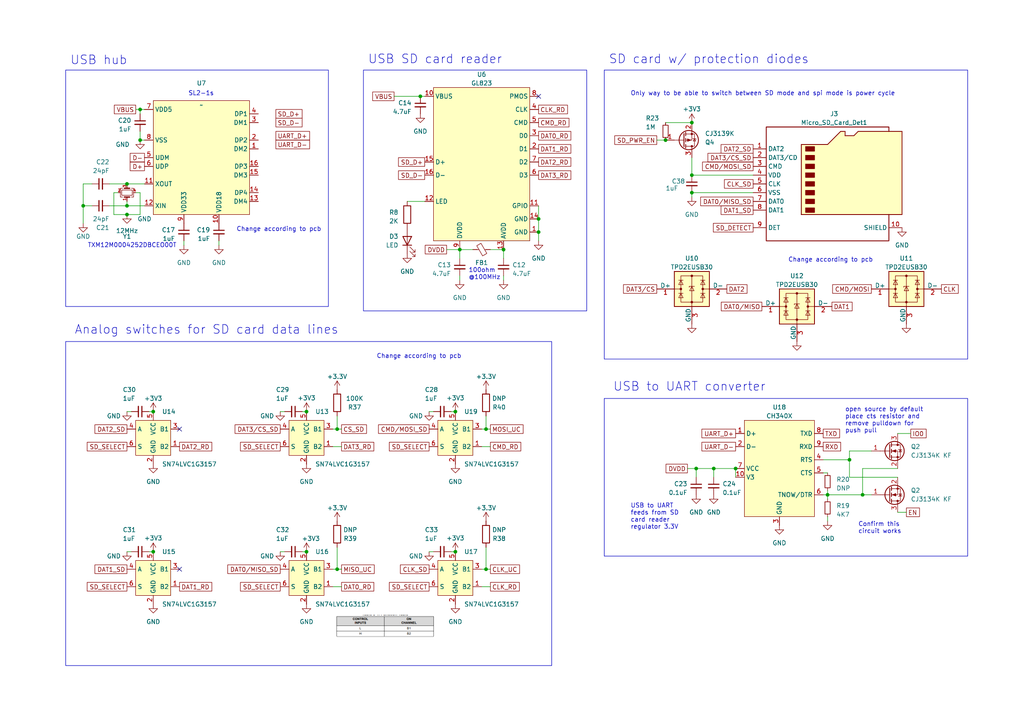
<source format=kicad_sch>
(kicad_sch (version 20230121) (generator eeschema)
  (paper "A4")
  (lib_symbols
    (symbol "Connector:Micro_SD_Card_Det1"
      (property "Reference" "J" (at -16.51 17.78 0))
      (property "Value" "Micro_SD_Card_Det1" (at 16.51 17.78 0))
      (symbol "Micro_SD_Card_Det1_1_1"
        (pin bidirectional line (at -22.86 10.16 0) (length 3.81) (name "DAT2") (number "1"))
        (pin passive line (at 20.32 -12.7 180) (length 3.81) (name "SHIELD") (number "10"))
        (pin bidirectional line (at -22.86 7.62 0) (length 3.81) (name "DAT3/CD") (number "2"))
        (pin input line (at -22.86 5.08 0) (length 3.81) (name "CMD") (number "3"))
        (pin power_in line (at -22.86 2.54 0) (length 3.81) (name "VDD") (number "4"))
        (pin input line (at -22.86 0 0) (length 3.81) (name "CLK") (number "5"))
        (pin power_in line (at -22.86 -2.54 0) (length 3.81) (name "VSS") (number "6"))
        (pin bidirectional line (at -22.86 -5.08 0) (length 3.81) (name "DAT0") (number "7"))
        (pin bidirectional line (at -22.86 -7.62 0) (length 3.81) (name "DAT1") (number "8"))
        (pin passive line (at -22.86 -12.7 0) (length 3.81) (name "DET") (number "9"))
      )
    )
    (symbol "Device:C_Small" (pin_numbers hide) (pin_names (offset 0.254) hide)
      (property "Reference" "C" (at 0.254 1.778 0))
      (property "Value" "C_Small" (at 0.254 -2.032 0))
      (symbol "C_Small_1_1"
        (pin passive line (at 0 2.54 270) (length 2.032) (name "~") (number "1"))
        (pin passive line (at 0 -2.54 90) (length 2.032) (name "~") (number "2"))
      )
    )
    (symbol "Device:Crystal_GND24_Small" (pin_names (offset 1.016) hide)
      (property "Reference" "Y" (at 1.27 4.445 0))
      (property "Value" "Crystal_GND24_Small" (at 1.27 2.54 0))
      (symbol "Crystal_GND24_Small_1_1"
        (pin passive line (at -2.54 0 0) (length 1.27) (name "1") (number "1"))
        (pin passive line (at 0 -2.54 90) (length 0.635) (name "2") (number "2"))
        (pin passive line (at 2.54 0 180) (length 1.27) (name "3") (number "3"))
        (pin passive line (at 0 2.54 270) (length 0.635) (name "4") (number "4"))
      )
    )
    (symbol "Device:FerriteBead_Small" (pin_numbers hide) (pin_names (offset 0))
      (property "Reference" "FB" (at 1.905 1.27 0))
      (property "Value" "FerriteBead_Small" (at 1.905 -1.27 0))
      (symbol "FerriteBead_Small_1_1"
        (pin passive line (at 0 2.54 270) (length 1.27) (name "~") (number "1"))
        (pin passive line (at 0 -2.54 90) (length 1.27) (name "~") (number "2"))
      )
    )
    (symbol "Device:LED" (pin_numbers hide) (pin_names (offset 1.016) hide)
      (property "Reference" "D" (at 0 2.54 0))
      (property "Value" "LED" (at 0 -2.54 0))
      (symbol "LED_1_1"
        (pin passive line (at -3.81 0 0) (length 2.54) (name "K") (number "1"))
        (pin passive line (at 3.81 0 180) (length 2.54) (name "A") (number "2"))
      )
    )
    (symbol "Device:Q_NMOS_GSD" (pin_names (offset 0) hide)
      (property "Reference" "Q" (at 5.08 1.27 0))
      (property "Value" "Q_NMOS_GSD" (at 5.08 -1.27 0))
      (symbol "Q_NMOS_GSD_1_1"
        (pin input line (at -5.08 0 0) (length 2.54) (name "G") (number "1"))
        (pin passive line (at 2.54 -5.08 90) (length 2.54) (name "S") (number "2"))
        (pin passive line (at 2.54 5.08 270) (length 2.54) (name "D") (number "3"))
      )
    )
    (symbol "Device:Q_PMOS_GSD" (pin_names (offset 0) hide)
      (property "Reference" "Q" (at 5.08 1.27 0))
      (property "Value" "Q_PMOS_GSD" (at 5.08 -1.27 0))
      (symbol "Q_PMOS_GSD_1_1"
        (pin input line (at -5.08 0 0) (length 2.54) (name "G") (number "1"))
        (pin passive line (at 2.54 -5.08 90) (length 2.54) (name "S") (number "2"))
        (pin passive line (at 2.54 5.08 270) (length 2.54) (name "D") (number "3"))
      )
    )
    (symbol "Device:R" (pin_numbers hide) (pin_names (offset 0))
      (property "Reference" "R" (at 2.032 0 90))
      (property "Value" "R" (at 0 0 90))
      (symbol "R_1_1"
        (pin passive line (at 0 3.81 270) (length 1.27) (name "~") (number "1"))
        (pin passive line (at 0 -3.81 90) (length 1.27) (name "~") (number "2"))
      )
    )
    (symbol "Device:R_Small" (pin_numbers hide) (pin_names (offset 0.254) hide)
      (property "Reference" "R" (at 0.762 0.508 0))
      (property "Value" "R_Small" (at 0.762 -1.016 0))
      (symbol "R_Small_1_1"
        (pin passive line (at 0 2.54 270) (length 0.762) (name "~") (number "1"))
        (pin passive line (at 0 -2.54 90) (length 0.762) (name "~") (number "2"))
      )
    )
    (symbol "Power_Protection:TPD2EUSB30" (pin_names (offset 0))
      (property "Reference" "U" (at 0 6.35 0))
      (property "Value" "TPD2EUSB30" (at 7.62 -7.62 0))
      (symbol "TPD2EUSB30_1_1"
        (pin passive line (at -10.16 0 0) (length 5.08) (name "D+") (number "1"))
        (pin passive line (at 10.16 0 180) (length 5.08) (name "D-") (number "2"))
        (pin passive line (at 0 -10.16 90) (length 5.08) (name "GND") (number "3"))
      )
    )
    (symbol "SN74LVC1G3157_1"
      (property "Reference" "U" (at 3.81 7.62 0))
      (property "Value" "SN74LVC1G3157" (at 10.16 -7.62 0))
      (symbol "SN74LVC1G3157_1_1_1"
        (pin input line (at 7.62 -2.54 180) (length 2.54) (name "B2") (number "1"))
        (pin input line (at 0 -7.62 90) (length 2.54) (name "GND") (number "2"))
        (pin input line (at 7.62 2.54 180) (length 2.54) (name "B1") (number "3"))
        (pin input line (at -7.62 2.54 0) (length 2.54) (name "A") (number "4"))
        (pin input line (at 0 7.62 270) (length 2.54) (name "VCC") (number "5"))
        (pin input line (at -7.62 -2.54 0) (length 2.54) (name "S") (number "6"))
      )
    )
    (symbol "ch340x:CH340X"
      (property "Reference" "U" (at 0 19.05 0))
      (property "Value" "CH340X" (at 0 15.24 0))
      (symbol "CH340X_1_1"
        (pin input line (at -12.7 10.16 0) (length 2.54) (name "D+") (number "1"))
        (pin input line (at -12.7 -2.54 0) (length 2.54) (name "V3") (number "10"))
        (pin input line (at -12.7 6.35 0) (length 2.54) (name "D-") (number "2"))
        (pin input line (at 0 -16.51 90) (length 2.54) (name "GND") (number "3"))
        (pin input line (at 12.7 2.54 180) (length 2.54) (name "RTS") (number "4"))
        (pin input line (at 12.7 -1.27 180) (length 2.54) (name "CTS") (number "5"))
        (pin input line (at 12.7 -7.62 180) (length 2.54) (name "TNOW/DTR") (number "6"))
        (pin input line (at -12.7 0 0) (length 2.54) (name "VCC") (number "7"))
        (pin input line (at 12.7 10.16 180) (length 2.54) (name "TXD") (number "8"))
        (pin input line (at 12.7 6.35 180) (length 2.54) (name "RXD") (number "9"))
      )
    )
    (symbol "gl823:GL823"
      (property "Reference" "U" (at 0 12.7 0))
      (property "Value" "GL823" (at 0 10.16 0))
      (symbol "GL823_1_1"
        (pin input line (at 16.51 -33.02 180) (length 2.54) (name "GND") (number "1"))
        (pin input line (at -16.51 6.35 0) (length 2.54) (name "VBUS") (number "10"))
        (pin input line (at 16.51 -25.4 180) (length 2.54) (name "GPIO") (number "11"))
        (pin input line (at -16.51 -24.13 0) (length 2.54) (name "LED") (number "12"))
        (pin input line (at 6.35 -38.1 90) (length 2.54) (name "AVDD") (number "13"))
        (pin input line (at 16.51 -29.21 180) (length 2.54) (name "GND") (number "14"))
        (pin input line (at -16.51 -12.7 0) (length 2.54) (name "D+") (number "15"))
        (pin input line (at -16.51 -16.51 0) (length 2.54) (name "D-") (number "16"))
        (pin input line (at 16.51 -8.89 180) (length 2.54) (name "D1") (number "2"))
        (pin input line (at 16.51 -5.08 180) (length 2.54) (name "D0") (number "3"))
        (pin input line (at 16.51 2.54 180) (length 2.54) (name "CLK") (number "4"))
        (pin input line (at 16.51 -1.27 180) (length 2.54) (name "CMD") (number "5"))
        (pin input line (at 16.51 -16.51 180) (length 2.54) (name "D3") (number "6"))
        (pin input line (at 16.51 -12.7 180) (length 2.54) (name "D2") (number "7"))
        (pin input line (at 16.51 6.35 180) (length 2.54) (name "PMOS") (number "8"))
        (pin input line (at -6.35 -38.1 90) (length 2.54) (name "DVDD") (number "9"))
      )
    )
    (symbol "power:+3.3V" (power) (pin_names (offset 0))
      (property "Value" "+3.3V" (at 0 3.556 0))
      (symbol "+3.3V_1_1"
        (pin power_in line (at 0 0 90) (length 0) hide (name "+3.3V") (number "1"))
      )
    )
    (symbol "power:+3V3" (power) (pin_names (offset 0))
      (property "Value" "+3V3" (at 0 3.556 0))
      (symbol "+3V3_1_1"
        (pin power_in line (at 0 0 90) (length 0) hide (name "+3V3") (number "1"))
      )
    )
    (symbol "power:GND" (power) (pin_names (offset 0))
      (property "Value" "GND" (at 0 -3.81 0))
      (symbol "GND_1_1"
        (pin power_in line (at 0 0 270) (length 0) hide (name "GND") (number "1"))
      )
    )
    (symbol "sl2-1s:SL2-1s"
      (property "Reference" "U" (at 0 17.78 0))
      (symbol "SL2-1s_1_1"
        (pin input line (at 16.51 1.27 180) (length 2.54) (name "DM2") (number "1"))
        (pin input line (at 5.08 -20.32 90) (length 2.54) (name "VDD18") (number "10"))
        (pin input line (at -16.51 -8.89 0) (length 2.54) (name "XOUT") (number "11"))
        (pin input line (at -16.51 -15.24 0) (length 2.54) (name "XIN") (number "12"))
        (pin input line (at 16.51 -13.97 180) (length 2.54) (name "DM4") (number "13"))
        (pin input line (at 16.51 -11.43 180) (length 2.54) (name "DP4") (number "14"))
        (pin input line (at 16.51 -6.35 180) (length 2.54) (name "DM3") (number "15"))
        (pin input line (at 16.51 -3.81 180) (length 2.54) (name "DP3") (number "16"))
        (pin input line (at 16.51 3.81 180) (length 2.54) (name "DP2") (number "2"))
        (pin input line (at 16.51 8.89 180) (length 2.54) (name "DM1") (number "3"))
        (pin input line (at 16.51 11.43 180) (length 2.54) (name "DP1") (number "4"))
        (pin input line (at -16.51 -1.27 0) (length 2.54) (name "UDM") (number "5"))
        (pin input line (at -16.51 -3.81 0) (length 2.54) (name "UDP") (number "6"))
        (pin input line (at -16.51 12.7 0) (length 2.54) (name "VDD5") (number "7"))
        (pin input line (at -16.51 3.81 0) (length 2.54) (name "VSS") (number "8"))
        (pin input line (at -5.08 -20.32 90) (length 2.54) (name "VDD33") (number "9"))
      )
    )
  )
  (junction (at 88.9 160.02))
  (junction (at 36.83 62.23))
  (junction (at 146.05 72.39))
  (junction (at 36.83 59.69))
  (junction (at 132.08 160.02))
  (junction (at 140.97 124.46))
  (junction (at 121.92 27.94))
  (junction (at 24.13 59.69))
  (junction (at 36.83 53.34))
  (junction (at 97.79 165.1))
  (junction (at 200.66 55.88))
  (junction (at 88.9 119.38))
  (junction (at 44.45 119.38))
  (junction (at 40.64 31.75))
  (junction (at 40.64 40.64))
  (junction (at 240.03 143.51))
  (junction (at 193.04 40.64))
  (junction (at 133.35 72.39))
  (junction (at 213.36 135.89))
  (junction (at 156.21 67.31))
  (junction (at 201.93 135.89))
  (junction (at 44.45 160.02))
  (junction (at 246.38 133.35))
  (junction (at 132.08 119.38))
  (junction (at 200.66 50.8))
  (junction (at 140.97 165.1))
  (junction (at 200.66 35.56))
  (junction (at 207.01 135.89))
  (junction (at 250.19 143.51))
  (junction (at 156.21 63.5))
  (junction (at 97.79 124.46))
  (no_connect (at 52.07 165.1))
  (no_connect (at 52.07 124.46))
  (no_connect (at 156.21 27.94))
  (wire (pts (xy 97.79 124.46) (xy 99.06 124.46)))
  (wire (pts (xy 130.81 160.02) (xy 132.08 160.02)))
  (wire (pts (xy 207.01 135.89) (xy 213.36 135.89)))
  (wire (pts (xy 129.54 72.39) (xy 133.35 72.39)))
  (wire (pts (xy 82.55 119.38) (xy 81.28 119.38)))
  (wire (pts (xy 240.03 149.86) (xy 240.03 151.13)))
  (wire (pts (xy 82.55 160.02) (xy 81.28 160.02)))
  (wire (pts (xy 238.76 143.51) (xy 240.03 143.51)))
  (wire (pts (xy 238.76 133.35) (xy 246.38 133.35)))
  (wire (pts (xy 156.21 59.69) (xy 156.21 63.5)))
  (wire (pts (xy 87.63 119.38) (xy 88.9 119.38)))
  (wire (pts (xy 156.21 63.5) (xy 156.21 67.31)))
  (wire (pts (xy 240.03 143.51) (xy 240.03 144.78)))
  (wire (pts (xy 33.02 62.23) (xy 36.83 62.23)))
  (wire (pts (xy 200.66 45.72) (xy 200.66 50.8)))
  (wire (pts (xy 63.5 69.85) (xy 63.5 71.12)))
  (wire (pts (xy 213.36 135.89) (xy 213.36 138.43)))
  (wire (pts (xy 114.3 27.94) (xy 121.92 27.94)))
  (wire (pts (xy 199.39 135.89) (xy 201.93 135.89)))
  (wire (pts (xy 238.76 137.16) (xy 240.03 137.16)))
  (wire (pts (xy 240.03 142.24) (xy 240.03 143.51)))
  (wire (pts (xy 260.35 148.59) (xy 262.89 148.59)))
  (wire (pts (xy 125.73 160.02) (xy 124.46 160.02)))
  (wire (pts (xy 96.52 124.46) (xy 97.79 124.46)))
  (wire (pts (xy 140.97 165.1) (xy 142.24 165.1)))
  (wire (pts (xy 246.38 133.35) (xy 246.38 130.81)))
  (wire (pts (xy 193.04 35.56) (xy 200.66 35.56)))
  (wire (pts (xy 139.7 129.54) (xy 142.24 129.54)))
  (wire (pts (xy 133.35 72.39) (xy 133.35 74.93)))
  (wire (pts (xy 133.35 81.28) (xy 133.35 80.01)))
  (wire (pts (xy 40.64 38.1) (xy 40.64 40.64)))
  (wire (pts (xy 130.81 119.38) (xy 132.08 119.38)))
  (wire (pts (xy 43.18 119.38) (xy 44.45 119.38)))
  (wire (pts (xy 36.83 62.23) (xy 40.64 62.23)))
  (wire (pts (xy 33.02 55.88) (xy 33.02 62.23)))
  (wire (pts (xy 31.75 59.69) (xy 36.83 59.69)))
  (wire (pts (xy 139.7 170.18) (xy 142.24 170.18)))
  (wire (pts (xy 40.64 62.23) (xy 40.64 55.88)))
  (wire (pts (xy 36.83 53.34) (xy 41.91 53.34)))
  (wire (pts (xy 146.05 81.28) (xy 146.05 80.01)))
  (wire (pts (xy 140.97 158.75) (xy 140.97 165.1)))
  (wire (pts (xy 38.1 119.38) (xy 36.83 119.38)))
  (wire (pts (xy 24.13 59.69) (xy 24.13 53.34)))
  (wire (pts (xy 24.13 64.77) (xy 24.13 59.69)))
  (wire (pts (xy 250.19 135.89) (xy 250.19 143.51)))
  (wire (pts (xy 38.1 160.02) (xy 36.83 160.02)))
  (wire (pts (xy 53.34 69.85) (xy 53.34 71.12)))
  (wire (pts (xy 240.03 143.51) (xy 250.19 143.51)))
  (wire (pts (xy 96.52 129.54) (xy 99.06 129.54)))
  (wire (pts (xy 133.35 72.39) (xy 137.16 72.39)))
  (wire (pts (xy 36.83 59.69) (xy 36.83 58.42)))
  (wire (pts (xy 118.11 58.42) (xy 123.19 58.42)))
  (wire (pts (xy 200.66 50.8) (xy 218.44 50.8)))
  (wire (pts (xy 140.97 124.46) (xy 142.24 124.46)))
  (wire (pts (xy 260.35 135.89) (xy 250.19 135.89)))
  (wire (pts (xy 24.13 53.34) (xy 26.67 53.34)))
  (wire (pts (xy 97.79 165.1) (xy 96.52 165.1)))
  (wire (pts (xy 146.05 72.39) (xy 146.05 74.93)))
  (wire (pts (xy 24.13 59.69) (xy 26.67 59.69)))
  (wire (pts (xy 207.01 135.89) (xy 207.01 138.43)))
  (wire (pts (xy 40.64 55.88) (xy 39.37 55.88)))
  (wire (pts (xy 140.97 120.65) (xy 140.97 124.46)))
  (wire (pts (xy 260.35 138.43) (xy 246.38 138.43)))
  (wire (pts (xy 260.35 125.73) (xy 264.16 125.73)))
  (wire (pts (xy 190.5 40.64) (xy 193.04 40.64)))
  (wire (pts (xy 139.7 165.1) (xy 140.97 165.1)))
  (wire (pts (xy 97.79 120.65) (xy 97.79 124.46)))
  (wire (pts (xy 87.63 160.02) (xy 88.9 160.02)))
  (wire (pts (xy 246.38 130.81) (xy 252.73 130.81)))
  (wire (pts (xy 201.93 135.89) (xy 201.93 138.43)))
  (wire (pts (xy 40.64 40.64) (xy 41.91 40.64)))
  (wire (pts (xy 201.93 135.89) (xy 207.01 135.89)))
  (wire (pts (xy 121.92 27.94) (xy 123.19 27.94)))
  (wire (pts (xy 156.21 67.31) (xy 156.21 69.85)))
  (wire (pts (xy 97.79 158.75) (xy 97.79 165.1)))
  (wire (pts (xy 246.38 138.43) (xy 246.38 133.35)))
  (wire (pts (xy 39.37 31.75) (xy 40.64 31.75)))
  (wire (pts (xy 250.19 143.51) (xy 252.73 143.51)))
  (wire (pts (xy 99.06 170.18) (xy 96.52 170.18)))
  (wire (pts (xy 99.06 165.1) (xy 97.79 165.1)))
  (wire (pts (xy 41.91 59.69) (xy 36.83 59.69)))
  (wire (pts (xy 200.66 57.15) (xy 200.66 55.88)))
  (wire (pts (xy 40.64 31.75) (xy 40.64 33.02)))
  (wire (pts (xy 142.24 72.39) (xy 146.05 72.39)))
  (wire (pts (xy 40.64 31.75) (xy 41.91 31.75)))
  (wire (pts (xy 31.75 53.34) (xy 36.83 53.34)))
  (wire (pts (xy 125.73 119.38) (xy 124.46 119.38)))
  (wire (pts (xy 140.97 124.46) (xy 139.7 124.46)))
  (wire (pts (xy 43.18 160.02) (xy 44.45 160.02)))
  (wire (pts (xy 33.02 55.88) (xy 34.29 55.88)))
  (wire (pts (xy 200.66 55.88) (xy 218.44 55.88)))
  (rectangle (start 19.05 20.32) (end 95.25 88.9))
  (rectangle (start 175.26 20.32) (end 280.67 104.14))
  (rectangle (start 175.26 115.57) (end 280.67 161.29))
  (rectangle (start 19.05 99.06) (end 160.02 193.04))
  (rectangle (start 105.41 20.32) (end 170.18 90.17))
  (image (at 111.76 181.61))
  (image (at 307.34 162.56))
  (text "DTR High RTS Low - EN Low IO0 High (Body diode pulls IO0 high but no difference?) \nDTR Low RTS High - EN HIGH IO0 Low (body diode no difference)\nDTR Low RTS Low - EN HIGH IO0 LOW\nDTR HIGH RTS HIGH - EN HIGH IO0 HIGH (Body diode pulls IO0 high)" (at 298.45 179.07 0) (effects (font (size 1.27 1.27)) (justify left bottom)))
  (text "100ohm\n@100MHz" (at 135.89 81.28 0) (effects (font (size 1.27 1.27)) (justify left bottom)))
  (text "SD card w/ protection diodes\n \n" (at 176.53 22.86 0) (effects (font (size 2.54 2.54)) (justify left bottom)))
  (text "Analog switches for SD card data lines\n\n \n" (at 21.59 105.41 0) (effects (font (size 2.54 2.54)) (justify left bottom)))
  (text "SL2-1s" (at 54.61 27.94 0) (effects (font (size 1.27 1.27)) (justify left bottom)))
  (text "\nTXM12M0004252DBCEO00T" (at 25.4 72.0089 0) (effects (font (size 1.27 1.27)) (justify left bottom)))
  (text "USB hub \n" (at 20.32 19.05 0) (effects (font (size 2.54 2.54)) (justify left bottom)))
  (text "Confirm this \ncircuit works" (at 248.92 154.94 0) (effects (font (size 1.27 1.27)) (justify left bottom)))
  (text "Only way to be able to switch between SD mode and spi mode is power cycle" (at 182.88 27.94 0) (effects (font (size 1.27 1.27)) (justify left bottom)))
  (text "USB to UART \nfeeds from SD\ncard reader \nregulator 3.3V\n" (at 182.88 153.67 0) (effects (font (size 1.27 1.27)) (justify left bottom)))
  (text "EN LOW IO0 HIGH > EN HIGH IO0 LOW >> EN HIGH IO0 LOW" (at 302.26 190.5 0) (effects (font (size 1.27 1.27)) (justify left bottom)))
  (text "Transistor \nEN LOW IO0 HIGH > EN HIGH IO0 HIGH >> EN HIGH IO0 LOW" (at 347.98 162.56 0) (effects (font (size 1.27 1.27)) (justify left bottom)))
  (text "Change according to pcb\n" (at 68.58 67.31 0) (effects (font (size 1.27 1.27)) (justify left bottom)))
  (text "USB to UART converter\n\n \n" (at 177.8 121.92 0) (effects (font (size 2.54 2.54)) (justify left bottom)))
  (text "So its in reset\nthen exits reset but \nbefore it starts the io0 \nline goes low so it starts\nin boot mode" (at 375.92 185.42 0) (effects (font (size 1.27 1.27)) (justify left bottom)))
  (text "Change according to pcb\n" (at 109.22 104.14 0) (effects (font (size 1.27 1.27)) (justify left bottom)))
  (text "Both setups should work\n" (at 375.92 194.31 0) (effects (font (size 1.27 1.27)) (justify left bottom)))
  (text "open source by default\nplace cts resistor and\nremove pulldown for \npush pull" (at 245.11 125.73 0) (effects (font (size 1.27 1.27)) (justify left bottom)))
  (text "RTS LOW DTR HIGH > RTS LOW DTR LOW >> RTS HIGH DTR LOW" (at 302.26 186.69 0) (effects (font (size 1.27 1.27)) (justify left bottom)))
  (text ">> happens in 1ms\n1ms delay between en high and start" (at 321.31 196.85 0) (effects (font (size 1.27 1.27)) (justify left bottom)))
  (text "USB SD card reader\n \n" (at 106.68 22.86 0) (effects (font (size 2.54 2.54)) (justify left bottom)))
  (text "Change according to pcb\n" (at 228.6 76.2 0) (effects (font (size 1.27 1.27)) (justify left bottom)))
  (text "DTR RTS EN  IO0\n 1   1   1   1\n 0   0   1   0\n 1   0   0   1\n 0   1   1   0\n \n \n" (at 317.5 172.72 0) (effects (font (size 1.27 1.27)) (justify left bottom)))
  (global_label "SD_SELECT" (shape passive) (at 81.28 129.54 180) (property "Intersheetrefs" "${INTERSHEET_REFS}" (effects hide)))
  (global_label "DAT1_RD" (shape passive) (at 52.07 170.18 0) (property "Intersheetrefs" "${INTERSHEET_REFS}" (effects hide)))
  (global_label "SD_SELECT" (shape passive) (at 81.28 170.18 180) (property "Intersheetrefs" "${INTERSHEET_REFS}" (effects hide)))
  (global_label "CMD_RD" (shape passive) (at 142.24 129.54 0) (property "Intersheetrefs" "${INTERSHEET_REFS}" (effects hide)))
  (global_label "RXD" (shape passive) (at 238.76 129.54 0) (property "Intersheetrefs" "${INTERSHEET_REFS}" (effects hide)))
  (global_label "TXD" (shape passive) (at 238.76 125.73 0) (property "Intersheetrefs" "${INTERSHEET_REFS}" (effects hide)))
  (global_label "EN" (shape passive) (at 262.89 148.59 0) (property "Intersheetrefs" "${INTERSHEET_REFS}" (effects hide)))
  (global_label "SD_DETECT" (shape passive) (at 218.44 66.04 180) (property "Intersheetrefs" "${INTERSHEET_REFS}" (effects hide)))
  (global_label "SD_D-" (shape passive) (at 123.19 50.8 180) (property "Intersheetrefs" "${INTERSHEET_REFS}" (effects hide)))
  (global_label "DAT1_SD" (shape passive) (at 36.83 165.1 180) (property "Intersheetrefs" "${INTERSHEET_REFS}" (effects hide)))
  (global_label "DAT3_RD" (shape passive) (at 99.06 129.54 0) (property "Intersheetrefs" "${INTERSHEET_REFS}" (effects hide)))
  (global_label "CMD{slash}MOSI_SD" (shape passive) (at 124.46 124.46 180) (property "Intersheetrefs" "${INTERSHEET_REFS}" (effects hide)))
  (global_label "UART_D+" (shape passive) (at 80.01 39.37 0) (property "Intersheetrefs" "${INTERSHEET_REFS}" (effects hide)))
  (global_label "DAT0{slash}MISO_SD" (shape passive) (at 81.28 165.1 180) (property "Intersheetrefs" "${INTERSHEET_REFS}" (effects hide)))
  (global_label "CLK_RD" (shape passive) (at 142.24 170.18 0) (property "Intersheetrefs" "${INTERSHEET_REFS}" (effects hide)))
  (global_label "SD_SELECT" (shape passive) (at 36.83 170.18 180) (property "Intersheetrefs" "${INTERSHEET_REFS}" (effects hide)))
  (global_label "CLK_SD" (shape passive) (at 218.44 53.34 180) (property "Intersheetrefs" "${INTERSHEET_REFS}" (effects hide)))
  (global_label "SD_SELECT" (shape passive) (at 36.83 129.54 180) (property "Intersheetrefs" "${INTERSHEET_REFS}" (effects hide)))
  (global_label "DVDD" (shape passive) (at 199.39 135.89 180) (property "Intersheetrefs" "${INTERSHEET_REFS}" (effects hide)))
  (global_label "CLK_UC" (shape passive) (at 142.24 165.1 0) (property "Intersheetrefs" "${INTERSHEET_REFS}" (effects hide)))
  (global_label "DAT0_RD" (shape passive) (at 156.21 39.37 0) (property "Intersheetrefs" "${INTERSHEET_REFS}" (effects hide)))
  (global_label "CS_SD" (shape passive) (at 99.06 124.46 0) (property "Intersheetrefs" "${INTERSHEET_REFS}" (effects hide)))
  (global_label "UART_D+" (shape passive) (at 213.36 125.73 180) (property "Intersheetrefs" "${INTERSHEET_REFS}" (effects hide)))
  (global_label "SD_SELECT" (shape passive) (at 124.46 170.18 180) (property "Intersheetrefs" "${INTERSHEET_REFS}" (effects hide)))
  (global_label "CLK_SD" (shape passive) (at 124.46 165.1 180) (property "Intersheetrefs" "${INTERSHEET_REFS}" (effects hide)))
  (global_label "DAT3_RD" (shape passive) (at 156.21 50.8 0) (property "Intersheetrefs" "${INTERSHEET_REFS}" (effects hide)))
  (global_label "DAT0{slash}MISO" (shape passive) (at 220.98 88.9 180) (property "Intersheetrefs" "${INTERSHEET_REFS}" (effects hide)))
  (global_label "VBUS" (shape passive) (at 39.37 31.75 180) (property "Intersheetrefs" "${INTERSHEET_REFS}" (effects hide)))
  (global_label "DAT2_SD" (shape passive) (at 218.44 43.18 180) (property "Intersheetrefs" "${INTERSHEET_REFS}" (effects hide)))
  (global_label "SD_D-" (shape passive) (at 80.01 35.56 0) (property "Intersheetrefs" "${INTERSHEET_REFS}" (effects hide)))
  (global_label "IO0" (shape passive) (at 264.16 125.73 0) (property "Intersheetrefs" "${INTERSHEET_REFS}" (effects hide)))
  (global_label "DAT1_RD" (shape passive) (at 156.21 43.18 0) (property "Intersheetrefs" "${INTERSHEET_REFS}" (effects hide)))
  (global_label "D-" (shape passive) (at 41.91 45.72 180) (property "Intersheetrefs" "${INTERSHEET_REFS}" (effects hide)))
  (global_label "DAT3{slash}CS" (shape passive) (at 190.5 83.82 180) (property "Intersheetrefs" "${INTERSHEET_REFS}" (effects hide)))
  (global_label "DAT2" (shape passive) (at 210.82 83.82 0) (property "Intersheetrefs" "${INTERSHEET_REFS}" (effects hide)))
  (global_label "SD_D+" (shape passive) (at 80.01 33.02 0) (property "Intersheetrefs" "${INTERSHEET_REFS}" (effects hide)))
  (global_label "DAT0{slash}MISO_SD" (shape passive) (at 218.44 58.42 180) (property "Intersheetrefs" "${INTERSHEET_REFS}" (effects hide)))
  (global_label "DAT0_RD" (shape passive) (at 99.06 170.18 0) (property "Intersheetrefs" "${INTERSHEET_REFS}" (effects hide)))
  (global_label "MOSI_UC" (shape passive) (at 142.24 124.46 0) (property "Intersheetrefs" "${INTERSHEET_REFS}" (effects hide)))
  (global_label "SD_SELECT" (shape passive) (at 124.46 129.54 180) (property "Intersheetrefs" "${INTERSHEET_REFS}" (effects hide)))
  (global_label "MISO_UC" (shape passive) (at 99.06 165.1 0) (property "Intersheetrefs" "${INTERSHEET_REFS}" (effects hide)))
  (global_label "CLK" (shape passive) (at 273.05 83.82 0) (property "Intersheetrefs" "${INTERSHEET_REFS}" (effects hide)))
  (global_label "CLK_RD" (shape passive) (at 156.21 31.75 0) (property "Intersheetrefs" "${INTERSHEET_REFS}" (effects hide)))
  (global_label "SD_PWR_EN" (shape passive) (at 190.5 40.64 180) (property "Intersheetrefs" "${INTERSHEET_REFS}" (effects hide)))
  (global_label "CMD{slash}MOSI" (shape passive) (at 252.73 83.82 180) (property "Intersheetrefs" "${INTERSHEET_REFS}" (effects hide)))
  (global_label "DAT2_RD" (shape passive) (at 52.07 129.54 0) (property "Intersheetrefs" "${INTERSHEET_REFS}" (effects hide)))
  (global_label "DAT1" (shape passive) (at 241.3 88.9 0) (property "Intersheetrefs" "${INTERSHEET_REFS}" (effects hide)))
  (global_label "DAT2_SD" (shape passive) (at 36.83 124.46 180) (property "Intersheetrefs" "${INTERSHEET_REFS}" (effects hide)))
  (global_label "DAT2_RD" (shape passive) (at 156.21 46.99 0) (property "Intersheetrefs" "${INTERSHEET_REFS}" (effects hide)))
  (global_label "D+" (shape passive) (at 41.91 48.26 180) (property "Intersheetrefs" "${INTERSHEET_REFS}" (effects hide)))
  (global_label "CMD{slash}MOSI_SD" (shape passive) (at 218.44 48.26 180) (property "Intersheetrefs" "${INTERSHEET_REFS}" (effects hide)))
  (global_label "VBUS" (shape passive) (at 114.3 27.94 180) (property "Intersheetrefs" "${INTERSHEET_REFS}" (effects hide)))
  (global_label "DAT3{slash}CS_SD" (shape passive) (at 81.28 124.46 180) (property "Intersheetrefs" "${INTERSHEET_REFS}" (effects hide)))
  (global_label "DAT1_SD" (shape passive) (at 218.44 60.96 180) (property "Intersheetrefs" "${INTERSHEET_REFS}" (effects hide)))
  (global_label "DVDD" (shape passive) (at 129.54 72.39 180) (property "Intersheetrefs" "${INTERSHEET_REFS}" (effects hide)))
  (global_label "UART_D-" (shape passive) (at 213.36 129.54 180) (property "Intersheetrefs" "${INTERSHEET_REFS}" (effects hide)))
  (global_label "UART_D-" (shape passive) (at 80.01 41.91 0) (property "Intersheetrefs" "${INTERSHEET_REFS}" (effects hide)))
  (global_label "CMD_RD" (shape passive) (at 156.21 35.56 0) (property "Intersheetrefs" "${INTERSHEET_REFS}" (effects hide)))
  (global_label "DAT3{slash}CS_SD" (shape passive) (at 218.44 45.72 180) (property "Intersheetrefs" "${INTERSHEET_REFS}" (effects hide)))
  (global_label "SD_D+" (shape passive) (at 123.19 46.99 180) (property "Intersheetrefs" "${INTERSHEET_REFS}" (effects hide)))
  (symbol (lib_id "Device:C_Small") (at 207.01 140.97 0) (unit 1)
    (property "Reference" "C24" (at 209.55 140.3413 0) (effects (justify left)))
    (property "Value" "0.1uF" (at 209.55 142.8813 0) (effects (justify left)))
    (property "Footprint" "Capacitor_SMD:C_0402_1005Metric" (effects hide))
  )
  (symbol (lib_id "power:GND") (at 44.45 175.26 0) (unit 1)
    (property "Reference" "#PWR054" (effects hide))
    (property "Value" "GND" (at 44.45 180.34 0))
  )
  (symbol (lib_id "Device:C_Small") (at 128.27 160.02 270) (mirror x) (unit 1)
    (property "Reference" "C33" (at 123.19 153.67 90) (effects (justify left)))
    (property "Value" "1uF" (at 123.19 156.21 90) (effects (justify left)))
    (property "Footprint" "Capacitor_SMD:C_0402_1005Metric" (effects hide))
  )
  (symbol (lib_id "power:GND") (at 262.89 93.98 0) (unit 1)
    (property "Reference" "#PWR044" (effects hide))
    (property "Value" "GND" (effects hide))
  )
  (symbol (lib_id "Device:C_Small") (at 40.64 119.38 270) (mirror x) (unit 1)
    (property "Reference" "C30" (at 35.56 113.03 90) (effects (justify left)))
    (property "Value" "1uF" (at 35.56 115.57 90) (effects (justify left)))
    (property "Footprint" "Capacitor_SMD:C_0402_1005Metric" (effects hide))
  )
  (symbol (lib_id "Device:C_Small") (at 29.21 59.69 90) (mirror x) (unit 1)
    (property "Reference" "C21" (at 31.75 66.04 90) (effects (justify left)))
    (property "Value" "24pF" (at 31.75 63.5 90) (effects (justify left)))
    (property "Footprint" "Capacitor_SMD:C_0402_1005Metric" (effects hide))
  )
  (symbol (lib_id "power:GND") (at 231.14 99.06 0) (unit 1)
    (property "Reference" "#PWR043" (effects hide))
    (property "Value" "GND" (effects hide))
  )
  (symbol (lib_id "power:GND") (at 132.08 175.26 0) (unit 1)
    (property "Reference" "#PWR058" (effects hide))
    (property "Value" "GND" (at 132.08 180.34 0))
  )
  (symbol (lib_id "gl823:GL823") (at 139.7 34.29 0) (unit 1)
    (property "Reference" "U6" (at 139.7 21.59 0))
    (property "Value" "GL823" (at 139.7 24.13 0))
    (property "Footprint" "Package_SO:SSOP-16_3.9x4.9mm_P0.635mm" (effects hide))
  )
  (symbol (lib_id "power:GND") (at 200.66 57.15 0) (unit 1)
    (property "Reference" "#PWR027" (effects hide))
    (property "Value" "GND" (at 200.66 62.23 0))
  )
  (symbol (lib_id "Device:C_Small") (at 146.05 77.47 0) (unit 1)
    (property "Reference" "C12" (at 148.59 76.8413 0) (effects (justify left)))
    (property "Value" "4.7uF" (at 148.59 79.3813 0) (effects (justify left)))
    (property "Footprint" "Capacitor_SMD:C_0402_1005Metric" (effects hide))
  )
  (symbol (lib_id "power:GND") (at 240.03 151.13 0) (unit 1)
    (property "Reference" "#PWR077" (effects hide))
    (property "Value" "GND" (at 240.03 156.21 0))
  )
  (symbol (lib_id "power:GND") (at 156.21 69.85 0) (unit 1)
    (property "Reference" "#PWR025" (effects hide))
    (property "Value" "GND" (at 156.21 74.93 0))
  )
  (symbol (lib_id "power:GND") (at 88.9 134.62 0) (unit 1)
    (property "Reference" "#PWR050" (effects hide))
    (property "Value" "GND" (at 88.9 139.7 0))
  )
  (symbol (lib_id "sl2-1s:SL2-1s") (at 58.42 44.45 0) (unit 1)
    (property "Reference" "U7" (at 58.42 24.13 0))
    (property "Value" "~" (at 58.42 30.48 0))
    (property "Footprint" "Music:SL2.1S" (effects hide))
  )
  (symbol (lib_id "Device:R_Small") (at 193.04 38.1 180) (unit 1)
    (property "Reference" "R23" (at 189.23 34.29 0))
    (property "Value" "1M" (at 188.722 36.83 0))
    (property "Footprint" "Resistor_SMD:R_0402_1005Metric" (effects hide))
    (property "MPN_LCSC" "1" (effects hide))
    (property "Price_LCSC" "0.0005" (effects hide))
    (instances (project "Power" (path "" (reference "R23") (unit 1))) (project "Music_32_V2" (path "" (reference "R23") (unit 1)) (path "" (reference "R31") (unit 1))) (project "Music32v3" (path "" (reference "R13") (unit 1)) (path "" (reference "R13") (unit 1)) (path "" (reference "R14") (unit 1))) (project "Phone" (path "" (reference "R?") (unit 1))) (project "Ipod" (path "" (reference "R?") (unit 1)) (path "" (reference "R22") (unit 1))) (project "power" (path "" (reference "R?") (unit 1))) (project "Power" (path "" (reference "R?") (unit 1))))
  )
  (symbol (lib_id "power:+3.3V") (at 97.79 113.03 0) (mirror y) (unit 1)
    (property "Reference" "#PWR079" (effects hide))
    (property "Value" "+3.3V" (at 97.79 109.22 0))
    (instances (project "Music_32_V2" (path "" (reference "#PWR079") (unit 1))) (project "Audio test board" (path "" (reference "#PWR?") (unit 1))) (project "Music32v3" (path "" (reference "#PWR046") (unit 1))) (project "Ipod" (path "" (reference "#PWR?") (unit 1)) (path "" (reference "#PWR076") (unit 1))))
  )
  (symbol (lib_id "power:GND") (at 53.34 71.12 0) (unit 1)
    (property "Reference" "#PWR035" (effects hide))
    (property "Value" "GND" (at 53.34 76.2 0))
  )
  (symbol (lib_id "power:GND") (at 121.92 33.02 0) (unit 1)
    (property "Reference" "#PWR026" (effects hide))
    (property "Value" "GND" (at 121.92 38.1 0))
  )
  (symbol (lib_id "Device:C_Small") (at 40.64 160.02 270) (mirror x) (unit 1)
    (property "Reference" "C31" (at 35.56 153.67 90) (effects (justify left)))
    (property "Value" "1uF" (at 35.56 156.21 90) (effects (justify left)))
    (property "Footprint" "Capacitor_SMD:C_0402_1005Metric" (effects hide))
  )
  (symbol (lib_id "Device:R") (at 118.11 62.23 0) (unit 1)
    (property "Reference" "R8" (at 115.57 61.595 0) (effects (justify right)))
    (property "Value" "2K" (at 115.57 64.135 0) (effects (justify right)))
    (property "Footprint" "Resistor_SMD:R_0402_1005Metric" (effects hide))
  )
  (symbol (lib_id "power:GND") (at 36.83 119.38 0) (unit 1)
    (property "Reference" "#PWR066" (effects hide))
    (property "Value" "GND" (at 33.02 120.65 0))
  )
  (symbol (lib_id "Device:C_Small") (at 121.92 30.48 0) (mirror y) (unit 1)
    (property "Reference" "C14" (at 119.38 29.8513 0) (effects (justify left)))
    (property "Value" "4.7uF" (at 119.38 32.3913 0) (effects (justify left)))
    (property "Footprint" "Capacitor_SMD:C_0402_1005Metric" (effects hide))
  )
  (symbol (lib_id "power:GND") (at 36.83 62.23 0) (unit 1)
    (property "Reference" "#PWR038" (effects hide))
    (property "Value" "GND" (at 41.91 63.5 0))
  )
  (symbol (lib_id "power:GND") (at 118.11 73.66 0) (unit 1)
    (property "Reference" "#PWR022" (effects hide))
    (property "Value" "GND" (at 118.11 78.74 0))
  )
  (symbol (lib_id "power:GND") (at 207.01 143.51 0) (unit 1)
    (property "Reference" "#PWR061" (effects hide))
    (property "Value" "GND" (at 207.01 148.59 0))
  )
  (symbol (lib_id "Device:C_Small") (at 40.64 35.56 0) (mirror y) (unit 1)
    (property "Reference" "C20" (at 38.1 34.9313 0) (effects (justify left)))
    (property "Value" "1uF" (at 38.1 37.4713 0) (effects (justify left)))
    (property "Footprint" "Capacitor_SMD:C_0402_1005Metric" (effects hide))
  )
  (symbol (lib_id "power:+3V3") (at 132.08 160.02 0) (unit 1)
    (property "Reference" "#PWR011" (effects hide))
    (property "Value" "+3V3" (at 132.08 156.075 0))
    (instances (project "Music32v3" (path "" (reference "#PWR011") (unit 1)) (path "" (reference "#PWR057") (unit 1))))
  )
  (symbol (lib_id "power:+3V3") (at 132.08 119.38 0) (unit 1)
    (property "Reference" "#PWR011" (effects hide))
    (property "Value" "+3V3" (at 132.08 115.435 0))
    (instances (project "Music32v3" (path "" (reference "#PWR011") (unit 1)) (path "" (reference "#PWR051") (unit 1))))
  )
  (symbol (lib_id "power:GND") (at 261.62 66.04 0) (unit 1)
    (property "Reference" "#PWR059" (effects hide))
    (property "Value" "GND" (at 261.62 71.12 0))
  )
  (symbol (lib_id "power:GND") (at 44.45 134.62 0) (unit 1)
    (property "Reference" "#PWR041" (effects hide))
    (property "Value" "GND" (at 44.45 139.7 0))
  )
  (symbol (lib_id "power:+3V3") (at 44.45 160.02 0) (unit 1)
    (property "Reference" "#PWR011" (effects hide))
    (property "Value" "+3V3" (at 44.45 156.075 0))
    (instances (project "Music32v3" (path "" (reference "#PWR011") (unit 1)) (path "" (reference "#PWR053") (unit 1))))
  )
  (symbol (lib_id "Device:C_Small") (at 53.34 67.31 0) (mirror y) (unit 1)
    (property "Reference" "C17" (at 50.8 66.6813 0) (effects (justify left)))
    (property "Value" "1uF" (at 50.8 69.2213 0) (effects (justify left)))
    (property "Footprint" "Capacitor_SMD:C_0402_1005Metric" (effects hide))
  )
  (symbol (lib_id "power:GND") (at 24.13 64.77 0) (mirror y) (unit 1)
    (property "Reference" "#PWR039" (effects hide))
    (property "Value" "GND" (at 24.13 68.58 0))
  )
  (symbol (lib_name "SN74LVC1G3157_1") (lib_id "sn74lvc1g3157:SN74LVC1G3157") (at 88.9 167.64 0) (unit 1)
    (property "Reference" "U16" (at 91.44 160.02 0) (effects (justify left)))
    (property "Value" "SN74LVC1G3157" (at 91.44 175.26 0) (effects (justify left)))
    (property "Footprint" "Package_TO_SOT_SMD:SOT-363_SC-70-6" (effects hide))
  )
  (symbol (lib_id "power:GND") (at 146.05 81.28 0) (unit 1)
    (property "Reference" "#PWR024" (effects hide))
    (property "Value" "GND" (at 146.05 86.36 0))
  )
  (symbol (lib_id "Device:LED") (at 118.11 69.85 90) (unit 1)
    (property "Reference" "D3" (at 115.57 68.58 90) (effects (justify left)))
    (property "Value" "LED" (at 115.57 71.12 90) (effects (justify left)))
    (property "Footprint" "LED_SMD:LED_0603_1608Metric" (effects hide))
  )
  (symbol (lib_id "Device:R") (at 97.79 116.84 0) (mirror y) (unit 1)
    (property "Reference" "R37" (at 102.87 118.11 0))
    (property "Value" "100K" (at 102.87 115.57 0))
    (property "Footprint" "Resistor_SMD:R_0402_1005Metric" (effects hide))
    (instances (project "Music_32_V2" (path "" (reference "R37") (unit 1))) (project "Audio test board" (path "" (reference "R?") (unit 1))) (project "Music32v3" (path "" (reference "R9") (unit 1))) (project "Ipod" (path "" (reference "R?") (unit 1)) (path "" (reference "R42") (unit 1))))
  )
  (symbol (lib_id "Power_Protection:TPD2EUSB30") (at 200.66 83.82 0) (unit 1)
    (property "Reference" "U10" (at 200.66 74.93 0))
    (property "Value" "TPD2EUSB30" (at 200.66 77.47 0))
    (property "Footprint" "Package_TO_SOT_SMD:Texas_DRT-3" (effects hide))
    (property "Datasheet" "http://www.ti.com/lit/ds/symlink/tpd2eusb30a.pdf" (effects hide))
  )
  (symbol (lib_id "power:GND") (at 36.83 160.02 0) (unit 1)
    (property "Reference" "#PWR067" (effects hide))
    (property "Value" "GND" (at 33.02 161.29 0))
  )
  (symbol (lib_id "power:+3.3V") (at 140.97 151.13 0) (mirror y) (unit 1)
    (property "Reference" "#PWR080" (effects hide))
    (property "Value" "+3.3V" (at 140.97 147.32 0))
    (instances (project "Music_32_V2" (path "" (reference "#PWR080") (unit 1))) (project "Audio test board" (path "" (reference "#PWR?") (unit 1))) (project "Music32v3" (path "" (reference "#PWR047") (unit 1))) (project "Ipod" (path "" (reference "#PWR?") (unit 1)) (path "" (reference "#PWR077") (unit 1))))
  )
  (symbol (lib_id "Device:R") (at 97.79 154.94 0) (mirror y) (unit 1)
    (property "Reference" "R39" (at 101.6 156.21 0))
    (property "Value" "DNP" (at 101.6 153.67 0))
    (property "Footprint" "Resistor_SMD:R_0402_1005Metric" (effects hide))
    (instances (project "Music_32_V2" (path "" (reference "R39") (unit 1))) (project "Audio test board" (path "" (reference "R?") (unit 1))) (project "Music32v3" (path "" (reference "R17") (unit 1))) (project "Ipod" (path "" (reference "R?") (unit 1)) (path "" (reference "R44") (unit 1))))
  )
  (symbol (lib_id "power:GND") (at 200.66 93.98 0) (unit 1)
    (property "Reference" "#PWR045" (effects hide))
    (property "Value" "GND" (effects hide))
  )
  (symbol (lib_id "Device:C_Small") (at 29.21 53.34 90) (unit 1)
    (property "Reference" "C22" (at 31.75 46.99 90) (effects (justify left)))
    (property "Value" "24pF" (at 31.75 49.53 90) (effects (justify left)))
    (property "Footprint" "Capacitor_SMD:C_0402_1005Metric" (effects hide))
  )
  (symbol (lib_id "Power_Protection:TPD2EUSB30") (at 231.14 88.9 0) (unit 1)
    (property "Reference" "U12" (at 231.14 80.01 0))
    (property "Value" "TPD2EUSB30" (at 231.14 82.55 0))
    (property "Footprint" "Package_TO_SOT_SMD:Texas_DRT-3" (effects hide))
    (property "Datasheet" "http://www.ti.com/lit/ds/symlink/tpd2eusb30a.pdf" (effects hide))
  )
  (symbol (lib_id "Device:Crystal_GND24_Small") (at 36.83 55.88 270) (mirror x) (unit 1)
    (property "Reference" "Y1" (at 36.83 68.58 90))
    (property "Value" "12MHz" (at 36.83 66.9289 90))
    (property "Footprint" "Crystal:Crystal_SMD_2520-4Pin_2.5x2.0mm" (effects hide))
  )
  (symbol (lib_id "Device:C_Small") (at 133.35 77.47 0) (mirror y) (unit 1)
    (property "Reference" "C13" (at 130.81 76.8413 0) (effects (justify left)))
    (property "Value" "4.7uF" (at 130.81 79.3813 0) (effects (justify left)))
    (property "Footprint" "Capacitor_SMD:C_0402_1005Metric" (effects hide))
  )
  (symbol (lib_id "power:GND") (at 63.5 71.12 0) (unit 1)
    (property "Reference" "#PWR036" (effects hide))
    (property "Value" "GND" (at 63.5 76.2 0))
  )
  (symbol (lib_id "Device:C_Small") (at 63.5 67.31 0) (mirror y) (unit 1)
    (property "Reference" "C19" (at 60.96 66.6813 0) (effects (justify left)))
    (property "Value" "1uF" (at 60.96 69.2213 0) (effects (justify left)))
    (property "Footprint" "Capacitor_SMD:C_0402_1005Metric" (effects hide))
  )
  (symbol (lib_id "power:GND") (at 132.08 134.62 0) (unit 1)
    (property "Reference" "#PWR052" (effects hide))
    (property "Value" "GND" (at 132.08 139.7 0))
  )
  (symbol (lib_id "Device:C_Small") (at 200.66 53.34 0) (unit 1)
    (property "Reference" "C38" (at 194.818 52.578 0) (effects (justify left)))
    (property "Value" "1uF" (at 193.04 54.61 0) (effects (justify left)))
    (property "Footprint" "Capacitor_SMD:C_0402_1005Metric" (effects hide))
    (property "Datasheet" "https://search.murata.co.jp/Ceramy/image/img/A01X/G101/ENG/GRT155C80J105KE01-01.pdf" (effects hide))
    (property "DigiKeyLink" "https://www.digikey.ca/en/products/detail/murata-electronics/GRT155C80J105KE01J/13904934" (effects hide))
    (property "Price" "0.0448" (effects hide))
    (property "MPN" "490-GRT155C80J105KE01JCT-ND" (effects hide))
    (property "MPN_LCSC" "C14445" (effects hide))
    (property "Price_LCSC" "0.0018" (effects hide))
    (property "LCSCLink" "https://lcsc.com/product-detail/Multilayer-Ceramic-Capacitors-MLCC-SMD-SMT_Samsung-Electro-Mechanics-CL05A105KP5NNNC_C14445.html" (effects hide))
    (instances (project "Music_32_V2" (path "" (reference "C38") (unit 1))) (project "Music32v3" (path "" (reference "C18") (unit 1))) (project "Phone" (path "" (reference "C?") (unit 1))) (project "Ipod" (path "" (reference "C?") (unit 1)) (path "" (reference "C39") (unit 1))) (project "Power" (path "" (reference "C?") (unit 1))))
  )
  (symbol (lib_id "Device:R") (at 140.97 154.94 0) (mirror y) (unit 1)
    (property "Reference" "R38" (at 144.78 156.21 0))
    (property "Value" "DNP" (at 144.78 153.67 0))
    (property "Footprint" "Resistor_SMD:R_0402_1005Metric" (effects hide))
    (instances (project "Music_32_V2" (path "" (reference "R38") (unit 1))) (project "Audio test board" (path "" (reference "R?") (unit 1))) (project "Music32v3" (path "" (reference "R16") (unit 1))) (project "Ipod" (path "" (reference "R?") (unit 1)) (path "" (reference "R43") (unit 1))))
  )
  (symbol (lib_name "SN74LVC1G3157_1") (lib_id "sn74lvc1g3157:SN74LVC1G3157") (at 132.08 127 0) (unit 1)
    (property "Reference" "U19" (at 134.62 119.38 0) (effects (justify left)))
    (property "Value" "SN74LVC1G3157" (at 134.62 134.62 0) (effects (justify left)))
    (property "Footprint" "Package_TO_SOT_SMD:SOT-363_SC-70-6" (effects hide))
  )
  (symbol (lib_id "Device:C_Small") (at 201.93 140.97 0) (mirror y) (unit 1)
    (property "Reference" "C23" (at 199.39 140.3413 0) (effects (justify left)))
    (property "Value" "0.1uF" (at 199.39 142.8813 0) (effects (justify left)))
    (property "Footprint" "Capacitor_SMD:C_0402_1005Metric" (effects hide))
  )
  (symbol (lib_name "SN74LVC1G3157_1") (lib_id "sn74lvc1g3157:SN74LVC1G3157") (at 132.08 167.64 0) (unit 1)
    (property "Reference" "U17" (at 134.62 160.02 0) (effects (justify left)))
    (property "Value" "SN74LVC1G3157" (at 134.62 175.26 0) (effects (justify left)))
    (property "Footprint" "Package_TO_SOT_SMD:SOT-363_SC-70-6" (effects hide))
  )
  (symbol (lib_id "power:+3V3") (at 88.9 160.02 0) (unit 1)
    (property "Reference" "#PWR011" (effects hide))
    (property "Value" "+3V3" (at 90.17 156.21 0))
    (instances (project "Music32v3" (path "" (reference "#PWR011") (unit 1)) (path "" (reference "#PWR055") (unit 1))))
  )
  (symbol (lib_id "power:+3.3V") (at 97.79 151.13 0) (mirror y) (unit 1)
    (property "Reference" "#PWR081" (effects hide))
    (property "Value" "+3.3V" (at 97.79 147.32 0))
    (instances (project "Music_32_V2" (path "" (reference "#PWR081") (unit 1))) (project "Audio test board" (path "" (reference "#PWR?") (unit 1))) (project "Music32v3" (path "" (reference "#PWR048") (unit 1))) (project "Ipod" (path "" (reference "#PWR?") (unit 1)) (path "" (reference "#PWR078") (unit 1))))
  )
  (symbol (lib_id "Device:R_Small") (at 240.03 139.7 0) (unit 1)
    (property "Reference" "R20" (at 242.57 139.065 0) (effects (justify left)))
    (property "Value" "DNP" (at 242.57 141.605 0) (effects (justify left)))
    (property "Footprint" "Resistor_SMD:R_0402_1005Metric" (effects hide))
  )
  (symbol (lib_id "Device:C_Small") (at 85.09 160.02 270) (mirror x) (unit 1)
    (property "Reference" "C32" (at 80.01 153.67 90) (effects (justify left)))
    (property "Value" "1uF" (at 80.01 156.21 90) (effects (justify left)))
    (property "Footprint" "Capacitor_SMD:C_0402_1005Metric" (effects hide))
  )
  (symbol (lib_id "Device:Q_NMOS_GSD") (at 257.81 130.81 0) (unit 1)
    (property "Reference" "Q2" (at 264.16 129.54 0) (effects (justify left)))
    (property "Value" "CJ3134K KF" (at 264.16 132.08 0) (effects (justify left)))
    (property "Footprint" "Package_TO_SOT_SMD:SOT-723" (effects hide))
    (instances (project "Music32v3" (path "" (reference "Q2") (unit 1)) (path "" (reference "Q5") (unit 1))))
  )
  (symbol (lib_id "Connector:Micro_SD_Card_Det1") (at 241.3 53.34 0) (unit 1)
    (property "Reference" "J3" (at 241.935 33.02 0))
    (property "Value" "Micro_SD_Card_Det1" (at 241.935 35.56 0))
    (property "Footprint" "Music:MOLEX_503398-1892" (effects hide))
    (property "Datasheet" "https://datasheet.lcsc.com/lcsc/2110151630_XKB-Connectivity-XKTF-015-N_C381082.pdf" (effects hide))
  )
  (symbol (lib_id "power:+3V3") (at 44.45 119.38 0) (unit 1)
    (property "Reference" "#PWR011" (effects hide))
    (property "Value" "+3V3" (at 44.45 115.57 0))
    (instances (project "Music32v3" (path "" (reference "#PWR011") (unit 1)) (path "" (reference "#PWR040") (unit 1))))
  )
  (symbol (lib_id "power:GND") (at 124.46 119.38 0) (unit 1)
    (property "Reference" "#PWR064" (effects hide))
    (property "Value" "GND" (at 120.65 120.65 0))
  )
  (symbol (lib_name "SN74LVC1G3157_1") (lib_id "sn74lvc1g3157:SN74LVC1G3157") (at 44.45 127 0) (unit 1)
    (property "Reference" "U14" (at 46.99 119.38 0) (effects (justify left)))
    (property "Value" "SN74LVC1G3157" (at 46.99 134.62 0) (effects (justify left)))
    (property "Footprint" "Package_TO_SOT_SMD:SOT-363_SC-70-6" (effects hide))
  )
  (symbol (lib_id "Device:C_Small") (at 85.09 119.38 270) (mirror x) (unit 1)
    (property "Reference" "C29" (at 80.01 113.03 90) (effects (justify left)))
    (property "Value" "1uF" (at 80.01 115.57 90) (effects (justify left)))
    (property "Footprint" "Capacitor_SMD:C_0402_1005Metric" (effects hide))
  )
  (symbol (lib_id "Device:C_Small") (at 128.27 119.38 270) (mirror x) (unit 1)
    (property "Reference" "C28" (at 123.19 113.03 90) (effects (justify left)))
    (property "Value" "1uF" (at 123.19 115.57 90) (effects (justify left)))
    (property "Footprint" "Capacitor_SMD:C_0402_1005Metric" (effects hide))
  )
  (symbol (lib_id "power:+3.3V") (at 140.97 113.03 0) (mirror y) (unit 1)
    (property "Reference" "#PWR083" (effects hide))
    (property "Value" "+3.3V" (at 140.97 109.22 0))
    (instances (project "Music_32_V2" (path "" (reference "#PWR083") (unit 1))) (project "Audio test board" (path "" (reference "#PWR?") (unit 1))) (project "Music32v3" (path "" (reference "#PWR049") (unit 1))) (project "Ipod" (path "" (reference "#PWR?") (unit 1)) (path "" (reference "#PWR080") (unit 1))))
  )
  (symbol (lib_id "power:GND") (at 81.28 160.02 0) (unit 1)
    (property "Reference" "#PWR068" (effects hide))
    (property "Value" "GND" (at 77.47 161.29 0))
  )
  (symbol (lib_id "power:GND") (at 124.46 160.02 0) (unit 1)
    (property "Reference" "#PWR069" (effects hide))
    (property "Value" "GND" (at 120.65 161.29 0))
  )
  (symbol (lib_name "SN74LVC1G3157_1") (lib_id "sn74lvc1g3157:SN74LVC1G3157") (at 44.45 167.64 0) (unit 1)
    (property "Reference" "U15" (at 46.99 160.02 0) (effects (justify left)))
    (property "Value" "SN74LVC1G3157" (at 46.99 175.26 0) (effects (justify left)))
    (property "Footprint" "Package_TO_SOT_SMD:SOT-363_SC-70-6" (effects hide))
  )
  (symbol (lib_id "ch340x:CH340X") (at 226.06 135.89 0) (unit 1)
    (property "Reference" "U18" (at 226.06 118.11 0))
    (property "Value" "CH340X" (at 226.06 120.65 0))
    (property "Footprint" "Package_SO:MSOP-10_3x3mm_P0.5mm" (effects hide))
  )
  (symbol (lib_id "Device:R") (at 140.97 116.84 0) (mirror y) (unit 1)
    (property "Reference" "R40" (at 144.78 118.11 0))
    (property "Value" "DNP" (at 144.78 115.57 0))
    (property "Footprint" "Resistor_SMD:R_0402_1005Metric" (effects hide))
    (instances (project "Music_32_V2" (path "" (reference "R40") (unit 1))) (project "Audio test board" (path "" (reference "R?") (unit 1))) (project "Music32v3" (path "" (reference "R18") (unit 1))) (project "Ipod" (path "" (reference "R?") (unit 1)) (path "" (reference "R45") (unit 1))))
  )
  (symbol (lib_id "Device:Q_PMOS_GSD") (at 198.12 40.64 0) (mirror x) (unit 1)
    (property "Reference" "Q4" (at 204.47 41.275 0) (effects (justify left)))
    (property "Value" "CJ3139K" (at 204.47 38.735 0) (effects (justify left)))
    (property "Footprint" "Package_TO_SOT_SMD:SOT-723" (effects hide))
  )
  (symbol (lib_id "power:GND") (at 81.28 119.38 0) (unit 1)
    (property "Reference" "#PWR065" (effects hide))
    (property "Value" "GND" (at 77.47 120.65 0))
  )
  (symbol (lib_id "power:+3V3") (at 88.9 119.38 0) (unit 1)
    (property "Reference" "#PWR011" (effects hide))
    (property "Value" "+3V3" (at 88.9 115.435 0))
    (instances (project "Music32v3" (path "" (reference "#PWR011") (unit 1)) (path "" (reference "#PWR042") (unit 1))))
  )
  (symbol (lib_id "Device:FerriteBead_Small") (at 139.7 72.39 270) (mirror x) (unit 1)
    (property "Reference" "FB1" (at 139.7 76.2 90))
    (property "Value" "100ohm@100MHz" (effects hide))
    (property "Footprint" "Resistor_SMD:R_0402_1005Metric" (effects hide))
  )
  (symbol (lib_id "Device:Q_NMOS_GSD") (at 257.81 143.51 0) (mirror x) (unit 1)
    (property "Reference" "Q2" (at 264.16 142.24 0) (effects (justify left)))
    (property "Value" "CJ3134K KF" (at 264.16 144.78 0) (effects (justify left)))
    (property "Footprint" "Package_TO_SOT_SMD:SOT-723" (effects hide))
    (instances (project "Music32v3" (path "" (reference "Q2") (unit 1)) (path "" (reference "Q6") (unit 1))))
  )
  (symbol (lib_name "SN74LVC1G3157_1") (lib_id "sn74lvc1g3157:SN74LVC1G3157") (at 88.9 127 0) (unit 1)
    (property "Reference" "U13" (at 91.44 119.38 0) (effects (justify left)))
    (property "Value" "SN74LVC1G3157" (at 91.44 134.62 0) (effects (justify left)))
    (property "Footprint" "Package_TO_SOT_SMD:SOT-363_SC-70-6" (effects hide))
  )
  (symbol (lib_id "power:GND") (at 88.9 175.26 0) (unit 1)
    (property "Reference" "#PWR056" (effects hide))
    (property "Value" "GND" (at 88.9 180.34 0))
  )
  (symbol (lib_id "power:GND") (at 201.93 143.51 0) (unit 1)
    (property "Reference" "#PWR060" (effects hide))
    (property "Value" "GND" (at 201.93 148.59 0))
  )
  (symbol (lib_id "Power_Protection:TPD2EUSB30") (at 262.89 83.82 0) (unit 1)
    (property "Reference" "U11" (at 262.89 74.93 0))
    (property "Value" "TPD2EUSB30" (at 262.89 77.47 0))
    (property "Footprint" "Package_TO_SOT_SMD:Texas_DRT-3" (effects hide))
    (property "Datasheet" "http://www.ti.com/lit/ds/symlink/tpd2eusb30a.pdf" (effects hide))
  )
  (symbol (lib_id "power:+3V3") (at 200.66 35.56 0) (unit 1)
    (property "Reference" "#PWR011" (effects hide))
    (property "Value" "+3V3" (at 200.66 31.615 0))
    (instances (project "Music32v3" (path "" (reference "#PWR011") (unit 1)) (path "" (reference "#PWR075") (unit 1))))
  )
  (symbol (lib_id "Device:R_Small") (at 240.03 147.32 0) (unit 1)
    (property "Reference" "R19" (at 242.57 146.685 0) (effects (justify left)))
    (property "Value" "4K7" (at 242.57 149.225 0) (effects (justify left)))
    (property "Footprint" "Resistor_SMD:R_0402_1005Metric" (effects hide))
  )
  (symbol (lib_id "power:GND") (at 40.64 40.64 0) (unit 1)
    (property "Reference" "#PWR037" (effects hide))
    (property "Value" "GND" (at 35.56 41.91 0))
  )
  (symbol (lib_id "power:GND") (at 133.35 81.28 0) (unit 1)
    (property "Reference" "#PWR023" (effects hide))
    (property "Value" "GND" (at 133.35 86.36 0))
  )
  (symbol (lib_id "power:GND") (at 226.06 152.4 0) (unit 1)
    (property "Reference" "#PWR074" (effects hide))
    (property "Value" "GND" (at 226.06 157.48 0))
  )
)
</source>
